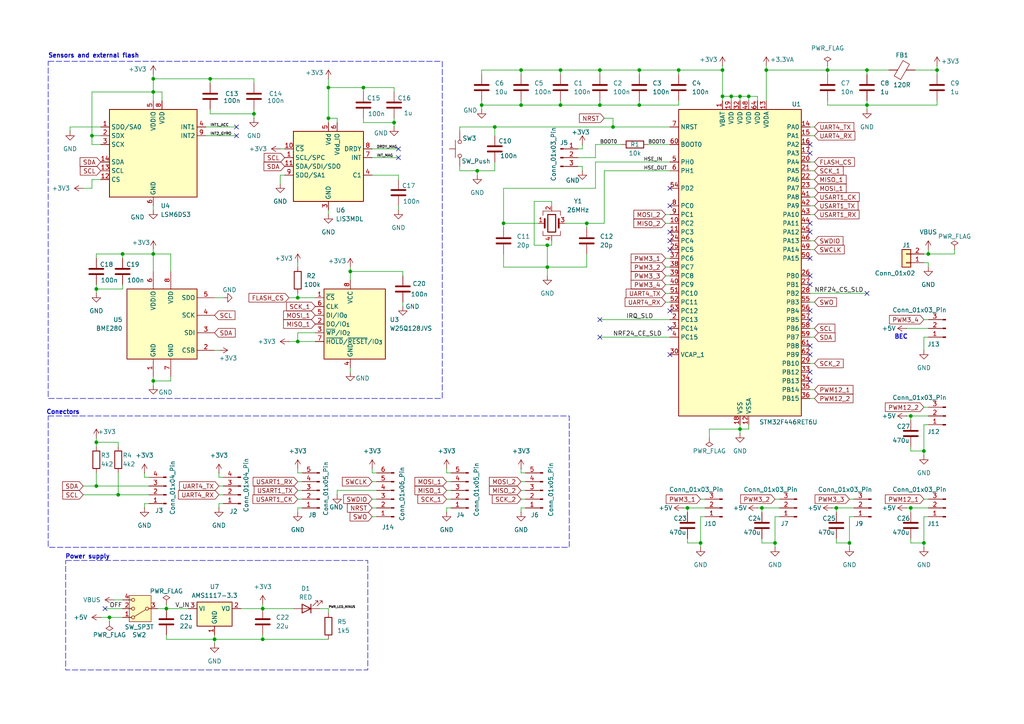
<source format=kicad_sch>
(kicad_sch (version 20250114) (generator "eeschema") (generator_version "9.0")
  (paper "A4")
  (title_block (title "Flight controller") (date "2025-08-13") (rev "1") (company "Majki"))
  (rectangle (start 13.97 17.78) (end 128.27 115.57) (stroke (width 0) (type dash)))
  (rectangle (start 19.05 162.56) (end 106.68 194.31) (stroke (width 0) (type dash)))
  (rectangle (start 13.97 120.65) (end 165.1 158.75) (stroke (width 0) (type dash)))
  (text "Sensors and external flash" (at 27.178 16.256 0) (effects (font (size 1.27 1.27) (thickness 0.254) (bold yes))))
  (text "Power supply" (at 25.4 161.544 0) (effects (font (size 1.27 1.27) (thickness 0.254) (bold yes))))
  (text "Conectors" (at 18.288 119.634 0) (effects (font (size 1.27 1.27) (thickness 0.254) (bold yes))))
  (text "BEC\n" (at 261.366 97.79 0) (effects (font (size 1.27 1.27) (thickness 0.254) (bold yes))))
  (junction (at 73.66 33.02))
  (junction (at 27.94 140.97))
  (junction (at 251.46 20.32))
  (junction (at 269.24 73.66))
  (junction (at 203.2 157.48))
  (junction (at 26.67 39.37))
  (junction (at 271.78 20.32))
  (junction (at 162.56 20.32))
  (junction (at 76.2 176.53))
  (junction (at 267.97 157.48))
  (junction (at 158.75 77.47))
  (junction (at 209.55 20.32))
  (junction (at 158.75 71.12))
  (junction (at 95.25 34.29))
  (junction (at 264.16 120.65))
  (junction (at 86.36 99.06))
  (junction (at 48.26 176.53))
  (junction (at 267.97 130.81))
  (junction (at 95.25 25.4))
  (junction (at 138.43 49.53))
  (junction (at 44.45 110.49))
  (junction (at 27.94 128.27))
  (junction (at 114.3 35.56))
  (junction (at 177.8 36.83))
  (junction (at 240.03 20.32))
  (junction (at 101.6 78.74))
  (junction (at 44.45 22.86))
  (junction (at 209.55 27.94))
  (junction (at 199.39 147.32))
  (junction (at 151.13 20.32))
  (junction (at 76.2 185.42))
  (junction (at 185.42 30.48))
  (junction (at 264.16 147.32))
  (junction (at 214.63 124.46))
  (junction (at 173.99 30.48))
  (junction (at 214.63 27.94))
  (junction (at 220.98 147.32))
  (junction (at 251.46 30.48))
  (junction (at 143.51 36.83))
  (junction (at 60.96 22.86))
  (junction (at 27.94 83.82))
  (junction (at 196.85 20.32))
  (junction (at 86.36 86.36))
  (junction (at 44.45 26.67))
  (junction (at 62.23 185.42))
  (junction (at 224.79 157.48))
  (junction (at 31.75 179.07))
  (junction (at 35.56 73.66))
  (junction (at 139.7 30.48))
  (junction (at 173.99 20.32))
  (junction (at 151.13 30.48))
  (junction (at 162.56 30.48))
  (junction (at 44.45 73.66))
  (junction (at 185.42 20.32))
  (junction (at 34.29 143.51))
  (junction (at 146.05 64.77))
  (junction (at 246.38 157.48))
  (junction (at 212.09 27.94))
  (junction (at 170.18 64.77))
  (junction (at 217.17 27.94))
  (junction (at 242.57 147.32))
  (junction (at 222.25 20.32))
  (junction (at 105.41 25.4))
  (no_connect (at 251.46 85.09))
  (no_connect (at 234.95 64.77))
  (no_connect (at 194.31 95.25))
  (no_connect (at 234.95 110.49))
  (no_connect (at 173.99 97.79))
  (no_connect (at 234.95 80.01))
  (no_connect (at 234.95 74.93))
  (no_connect (at 115.57 45.72))
  (no_connect (at 115.57 43.18))
  (no_connect (at 30.48 176.53))
  (no_connect (at 194.31 59.69))
  (no_connect (at 194.31 54.61))
  (no_connect (at 194.31 69.85))
  (no_connect (at 173.99 92.71))
  (no_connect (at 194.31 90.17))
  (no_connect (at 234.95 67.31))
  (no_connect (at 68.58 36.83))
  (no_connect (at 194.31 102.87))
  (no_connect (at 234.95 107.95))
  (no_connect (at 234.95 102.87))
  (no_connect (at 194.31 67.31))
  (no_connect (at 234.95 90.17))
  (no_connect (at 234.95 92.71))
  (no_connect (at 234.95 41.91))
  (no_connect (at 234.95 100.33))
  (no_connect (at 234.95 82.55))
  (no_connect (at 68.58 39.37))
  (no_connect (at 234.95 44.45))
  (no_connect (at 194.31 72.39))
  (wire (pts (xy 63.5 137.16) (xy 63.5 138.43)))
  (wire (pts (xy 101.6 78.74) (xy 101.6 81.28)))
  (wire (pts (xy 48.26 175.26) (xy 48.26 176.53)))
  (wire (pts (xy 26.67 39.37) (xy 26.67 26.67)))
  (wire (pts (xy 151.13 29.21) (xy 151.13 30.48)))
  (wire (pts (xy 41.91 137.16) (xy 41.91 138.43)))
  (wire (pts (xy 63.5 143.51) (xy 64.77 143.51)))
  (wire (pts (xy 24.13 140.97) (xy 27.94 140.97)))
  (wire (pts (xy 44.45 21.59) (xy 44.45 22.86)))
  (wire (pts (xy 234.95 87.63) (xy 236.22 87.63)))
  (wire (pts (xy 193.04 80.01) (xy 194.31 80.01)))
  (wire (pts (xy 116.84 87.63) (xy 116.84 88.9)))
  (wire (pts (xy 35.56 82.55) (xy 35.56 83.82)))
  (wire (pts (xy 107.95 149.86) (xy 109.22 149.86)))
  (wire (pts (xy 73.66 33.02) (xy 60.96 33.02)))
  (wire (pts (xy 234.95 105.41) (xy 236.22 105.41)))
  (wire (pts (xy 172.72 41.91) (xy 172.72 45.72)))
  (wire (pts (xy 172.72 46.99) (xy 194.31 46.99)))
  (wire (pts (xy 63.5 146.05) (xy 64.77 146.05)))
  (wire (pts (xy 81.28 53.34) (xy 81.28 50.8)))
  (wire (pts (xy 139.7 30.48) (xy 151.13 30.48)))
  (wire (pts (xy 177.8 34.29) (xy 177.8 36.83)))
  (wire (pts (xy 97.79 142.24) (xy 97.79 143.51)))
  (wire (pts (xy 143.51 36.83) (xy 143.51 39.37)))
  (wire (pts (xy 151.13 144.78) (xy 152.4 144.78)))
  (wire (pts (xy 59.69 36.83) (xy 68.58 36.83)))
  (wire (pts (xy 264.16 147.32) (xy 269.24 147.32)))
  (wire (pts (xy 203.2 158.75) (xy 203.2 157.48)))
  (wire (pts (xy 44.45 26.67) (xy 44.45 29.21)))
  (wire (pts (xy 264.16 157.48) (xy 267.97 157.48)))
  (wire (pts (xy 86.36 99.06) (xy 91.44 99.06)))
  (wire (pts (xy 187.96 41.91) (xy 194.31 41.91)))
  (wire (pts (xy 44.45 73.66) (xy 44.45 78.74)))
  (wire (pts (xy 262.89 95.25) (xy 269.24 95.25)))
  (wire (pts (xy 234.95 57.15) (xy 236.22 57.15)))
  (wire (pts (xy 44.45 109.22) (xy 44.45 110.49)))
  (wire (pts (xy 267.97 118.11) (xy 269.24 118.11)))
  (wire (pts (xy 246.38 149.86) (xy 246.38 157.48)))
  (wire (pts (xy 267.97 92.71) (xy 269.24 92.71)))
  (wire (pts (xy 167.64 45.72) (xy 172.72 45.72)))
  (wire (pts (xy 234.95 85.09) (xy 251.46 85.09)))
  (wire (pts (xy 24.13 143.51) (xy 34.29 143.51)))
  (wire (pts (xy 76.2 184.15) (xy 76.2 185.42)))
  (wire (pts (xy 199.39 157.48) (xy 203.2 157.48)))
  (wire (pts (xy 95.25 22.86) (xy 95.25 25.4)))
  (wire (pts (xy 271.78 20.32) (xy 271.78 21.59)))
  (wire (pts (xy 271.78 29.21) (xy 271.78 30.48)))
  (wire (pts (xy 95.25 176.53) (xy 95.25 177.8)))
  (wire (pts (xy 234.95 59.69) (xy 236.22 59.69)))
  (wire (pts (xy 62.23 185.42) (xy 48.26 185.42)))
  (wire (pts (xy 107.95 45.72) (xy 115.57 45.72)))
  (wire (pts (xy 62.23 86.36) (xy 64.77 86.36)))
  (wire (pts (xy 158.75 77.47) (xy 158.75 80.01)))
  (wire (pts (xy 143.51 36.83) (xy 177.8 36.83)))
  (wire (pts (xy 26.67 41.91) (xy 26.67 39.37)))
  (wire (pts (xy 234.95 62.23) (xy 236.22 62.23)))
  (wire (pts (xy 44.45 73.66) (xy 49.53 73.66)))
  (wire (pts (xy 168.91 43.18) (xy 168.91 41.91)))
  (wire (pts (xy 107.95 50.8) (xy 115.57 50.8)))
  (wire (pts (xy 234.95 49.53) (xy 236.22 49.53)))
  (wire (pts (xy 214.63 124.46) (xy 217.17 124.46)))
  (wire (pts (xy 199.39 147.32) (xy 199.39 148.59)))
  (wire (pts (xy 151.13 147.32) (xy 152.4 147.32)))
  (wire (pts (xy 115.57 59.69) (xy 115.57 60.96)))
  (wire (pts (xy 60.96 24.13) (xy 60.96 22.86)))
  (wire (pts (xy 172.72 54.61) (xy 146.05 54.61)))
  (wire (pts (xy 95.25 34.29) (xy 97.79 34.29)))
  (wire (pts (xy 167.64 48.26) (xy 168.91 48.26)))
  (wire (pts (xy 44.45 72.39) (xy 44.45 73.66)))
  (wire (pts (xy 146.05 73.66) (xy 146.05 77.47)))
  (wire (pts (xy 269.24 73.66) (xy 269.24 72.39)))
  (wire (pts (xy 86.36 86.36) (xy 91.44 86.36)))
  (wire (pts (xy 107.95 137.16) (xy 109.22 137.16)))
  (wire (pts (xy 33.02 173.99) (xy 35.56 173.99)))
  (wire (pts (xy 151.13 20.32) (xy 162.56 20.32)))
  (wire (pts (xy 31.75 180.34) (xy 31.75 179.07)))
  (wire (pts (xy 86.36 147.32) (xy 87.63 147.32)))
  (wire (pts (xy 234.95 52.07) (xy 236.22 52.07)))
  (wire (pts (xy 168.91 48.26) (xy 168.91 49.53)))
  (wire (pts (xy 242.57 156.21) (xy 242.57 157.48)))
  (wire (pts (xy 242.57 147.32) (xy 247.65 147.32)))
  (wire (pts (xy 173.99 20.32) (xy 173.99 21.59)))
  (wire (pts (xy 91.44 96.52) (xy 86.36 96.52)))
  (wire (pts (xy 151.13 142.24) (xy 152.4 142.24)))
  (wire (pts (xy 101.6 77.47) (xy 101.6 78.74)))
  (wire (pts (xy 219.71 147.32) (xy 220.98 147.32)))
  (wire (pts (xy 63.5 140.97) (xy 64.77 140.97)))
  (wire (pts (xy 175.26 34.29) (xy 177.8 34.29)))
  (wire (pts (xy 86.36 96.52) (xy 86.36 99.06)))
  (wire (pts (xy 35.56 73.66) (xy 44.45 73.66)))
  (wire (pts (xy 193.04 85.09) (xy 194.31 85.09)))
  (wire (pts (xy 163.83 64.77) (xy 170.18 64.77)))
  (wire (pts (xy 264.16 120.65) (xy 264.16 121.92)))
  (wire (pts (xy 76.2 176.53) (xy 85.09 176.53)))
  (wire (pts (xy 60.96 33.02) (xy 60.96 31.75)))
  (wire (pts (xy 193.04 87.63) (xy 194.31 87.63)))
  (wire (pts (xy 262.89 120.65) (xy 264.16 120.65)))
  (wire (pts (xy 170.18 77.47) (xy 170.18 73.66)))
  (wire (pts (xy 44.45 22.86) (xy 44.45 26.67)))
  (wire (pts (xy 45.72 176.53) (xy 48.26 176.53)))
  (wire (pts (xy 48.26 176.53) (xy 54.61 176.53)))
  (wire (pts (xy 199.39 147.32) (xy 204.47 147.32)))
  (wire (pts (xy 60.96 22.86) (xy 73.66 22.86)))
  (wire (pts (xy 162.56 20.32) (xy 173.99 20.32)))
  (wire (pts (xy 158.75 71.12) (xy 158.75 77.47)))
  (wire (pts (xy 151.13 137.16) (xy 152.4 137.16)))
  (wire (pts (xy 34.29 129.54) (xy 34.29 128.27)))
  (wire (pts (xy 214.63 124.46) (xy 214.63 125.73)))
  (wire (pts (xy 267.97 158.75) (xy 267.97 157.48)))
  (wire (pts (xy 129.54 137.16) (xy 130.81 137.16)))
  (wire (pts (xy 158.75 77.47) (xy 170.18 77.47)))
  (wire (pts (xy 114.3 34.29) (xy 114.3 35.56)))
  (wire (pts (xy 267.97 123.19) (xy 267.97 130.81)))
  (wire (pts (xy 35.56 83.82) (xy 27.94 83.82)))
  (wire (pts (xy 73.66 34.29) (xy 73.66 33.02)))
  (wire (pts (xy 264.16 129.54) (xy 264.16 130.81)))
  (wire (pts (xy 224.79 144.78) (xy 226.06 144.78)))
  (wire (pts (xy 251.46 20.32) (xy 251.46 21.59)))
  (wire (pts (xy 59.69 39.37) (xy 68.58 39.37)))
  (wire (pts (xy 76.2 185.42) (xy 62.23 185.42)))
  (wire (pts (xy 41.91 146.05) (xy 43.18 146.05)))
  (wire (pts (xy 138.43 49.53) (xy 138.43 50.8)))
  (wire (pts (xy 95.25 34.29) (xy 95.25 35.56)))
  (wire (pts (xy 24.13 54.61) (xy 26.67 54.61)))
  (wire (pts (xy 97.79 142.24) (xy 109.22 142.24)))
  (wire (pts (xy 247.65 149.86) (xy 246.38 149.86)))
  (wire (pts (xy 143.51 49.53) (xy 143.51 46.99)))
  (wire (pts (xy 158.75 71.12) (xy 160.02 71.12)))
  (wire (pts (xy 139.7 29.21) (xy 139.7 30.48)))
  (wire (pts (xy 220.98 147.32) (xy 226.06 147.32)))
  (wire (pts (xy 240.03 20.32) (xy 251.46 20.32)))
  (wire (pts (xy 29.21 179.07) (xy 31.75 179.07)))
  (wire (pts (xy 151.13 30.48) (xy 162.56 30.48)))
  (wire (pts (xy 170.18 64.77) (xy 170.18 66.04)))
  (wire (pts (xy 129.54 142.24) (xy 130.81 142.24)))
  (wire (pts (xy 276.86 73.66) (xy 269.24 73.66)))
  (wire (pts (xy 86.36 137.16) (xy 87.63 137.16)))
  (wire (pts (xy 173.99 97.79) (xy 194.31 97.79)))
  (wire (pts (xy 34.29 143.51) (xy 43.18 143.51)))
  (wire (pts (xy 69.85 176.53) (xy 76.2 176.53)))
  (wire (pts (xy 44.45 59.69) (xy 44.45 60.96)))
  (wire (pts (xy 217.17 27.94) (xy 219.71 27.94)))
  (wire (pts (xy 105.41 26.67) (xy 105.41 25.4)))
  (wire (pts (xy 267.97 73.66) (xy 269.24 73.66)))
  (wire (pts (xy 20.32 36.83) (xy 29.21 36.83)))
  (wire (pts (xy 193.04 82.55) (xy 194.31 82.55)))
  (wire (pts (xy 73.66 33.02) (xy 73.66 31.75)))
  (wire (pts (xy 234.95 46.99) (xy 236.22 46.99)))
  (wire (pts (xy 63.5 138.43) (xy 64.77 138.43)))
  (wire (pts (xy 267.97 97.79) (xy 267.97 101.6)))
  (wire (pts (xy 160.02 59.69) (xy 160.02 58.42)))
  (wire (pts (xy 214.63 123.19) (xy 214.63 124.46)))
  (wire (pts (xy 267.97 76.2) (xy 269.24 76.2)))
  (wire (pts (xy 146.05 77.47) (xy 158.75 77.47)))
  (wire (pts (xy 175.26 64.77) (xy 175.26 49.53)))
  (wire (pts (xy 234.95 39.37) (xy 236.22 39.37)))
  (wire (pts (xy 114.3 25.4) (xy 114.3 26.67)))
  (wire (pts (xy 234.95 95.25) (xy 236.22 95.25)))
  (wire (pts (xy 49.53 78.74) (xy 49.53 73.66)))
  (wire (pts (xy 264.16 156.21) (xy 264.16 157.48)))
  (wire (pts (xy 63.5 147.32) (xy 63.5 146.05)))
  (wire (pts (xy 41.91 147.32) (xy 41.91 146.05)))
  (wire (pts (xy 172.72 41.91) (xy 180.34 41.91)))
  (wire (pts (xy 151.13 135.89) (xy 151.13 137.16)))
  (wire (pts (xy 76.2 185.42) (xy 95.25 185.42)))
  (wire (pts (xy 199.39 156.21) (xy 199.39 157.48)))
  (wire (pts (xy 214.63 27.94) (xy 217.17 27.94)))
  (wire (pts (xy 26.67 52.07) (xy 29.21 52.07)))
  (wire (pts (xy 27.94 83.82) (xy 27.94 85.09)))
  (wire (pts (xy 264.16 130.81) (xy 267.97 130.81)))
  (wire (pts (xy 62.23 101.6) (xy 63.5 101.6)))
  (wire (pts (xy 209.55 19.05) (xy 209.55 20.32)))
  (wire (pts (xy 162.56 20.32) (xy 162.56 21.59)))
  (wire (pts (xy 167.64 43.18) (xy 168.91 43.18)))
  (wire (pts (xy 101.6 106.68) (xy 101.6 107.95)))
  (wire (pts (xy 27.94 127) (xy 27.94 128.27)))
  (wire (pts (xy 264.16 147.32) (xy 264.16 148.59)))
  (wire (pts (xy 87.63 144.78) (xy 86.36 144.78)))
  (wire (pts (xy 86.36 85.09) (xy 86.36 86.36)))
  (wire (pts (xy 177.8 36.83) (xy 194.31 36.83)))
  (wire (pts (xy 222.25 19.05) (xy 222.25 20.32)))
  (wire (pts (xy 217.17 123.19) (xy 217.17 124.46)))
  (wire (pts (xy 139.7 21.59) (xy 139.7 20.32)))
  (wire (pts (xy 27.94 128.27) (xy 27.94 129.54)))
  (wire (pts (xy 83.82 86.36) (xy 86.36 86.36)))
  (wire (pts (xy 129.54 135.89) (xy 129.54 137.16)))
  (wire (pts (xy 107.95 144.78) (xy 109.22 144.78)))
  (wire (pts (xy 198.12 147.32) (xy 199.39 147.32)))
  (wire (pts (xy 267.97 149.86) (xy 267.97 157.48)))
  (wire (pts (xy 151.13 20.32) (xy 151.13 21.59)))
  (wire (pts (xy 97.79 35.56) (xy 97.79 34.29)))
  (wire (pts (xy 264.16 120.65) (xy 269.24 120.65)))
  (wire (pts (xy 44.45 26.67) (xy 46.99 26.67)))
  (wire (pts (xy 44.45 110.49) (xy 49.53 110.49)))
  (wire (pts (xy 212.09 27.94) (xy 214.63 27.94)))
  (wire (pts (xy 240.03 19.05) (xy 240.03 20.32)))
  (wire (pts (xy 81.28 43.18) (xy 82.55 43.18)))
  (wire (pts (xy 212.09 29.21) (xy 212.09 27.94)))
  (wire (pts (xy 220.98 157.48) (xy 224.79 157.48)))
  (wire (pts (xy 81.28 50.8) (xy 82.55 50.8)))
  (wire (pts (xy 62.23 184.15) (xy 62.23 185.42)))
  (wire (pts (xy 222.25 20.32) (xy 240.03 20.32)))
  (wire (pts (xy 115.57 50.8) (xy 115.57 52.07)))
  (wire (pts (xy 154.94 58.42) (xy 154.94 71.12)))
  (wire (pts (xy 269.24 76.2) (xy 269.24 77.47)))
  (wire (pts (xy 129.54 144.78) (xy 130.81 144.78)))
  (wire (pts (xy 242.57 157.48) (xy 246.38 157.48)))
  (wire (pts (xy 241.3 147.32) (xy 242.57 147.32)))
  (wire (pts (xy 83.82 99.06) (xy 86.36 99.06)))
  (wire (pts (xy 234.95 54.61) (xy 236.22 54.61)))
  (wire (pts (xy 27.94 140.97) (xy 43.18 140.97)))
  (wire (pts (xy 271.78 19.05) (xy 271.78 20.32)))
  (wire (pts (xy 46.99 29.21) (xy 46.99 26.67)))
  (wire (pts (xy 173.99 92.71) (xy 194.31 92.71)))
  (wire (pts (xy 219.71 27.94) (xy 219.71 29.21)))
  (wire (pts (xy 133.35 36.83) (xy 143.51 36.83)))
  (wire (pts (xy 87.63 142.24) (xy 86.36 142.24)))
  (wire (pts (xy 20.32 36.83) (xy 20.32 38.1)))
  (wire (pts (xy 251.46 29.21) (xy 251.46 30.48)))
  (wire (pts (xy 196.85 20.32) (xy 196.85 21.59)))
  (wire (pts (xy 269.24 97.79) (xy 267.97 97.79)))
  (wire (pts (xy 205.74 124.46) (xy 214.63 124.46)))
  (wire (pts (xy 27.94 73.66) (xy 27.94 74.93)))
  (wire (pts (xy 185.42 20.32) (xy 185.42 21.59)))
  (wire (pts (xy 48.26 185.42) (xy 48.26 184.15)))
  (wire (pts (xy 251.46 30.48) (xy 240.03 30.48)))
  (wire (pts (xy 246.38 144.78) (xy 247.65 144.78)))
  (wire (pts (xy 35.56 73.66) (xy 27.94 73.66)))
  (wire (pts (xy 107.95 147.32) (xy 109.22 147.32)))
  (wire (pts (xy 34.29 137.16) (xy 34.29 143.51)))
  (wire (pts (xy 267.97 144.78) (xy 269.24 144.78)))
  (wire (pts (xy 133.35 38.1) (xy 133.35 36.83)))
  (wire (pts (xy 160.02 71.12) (xy 160.02 69.85)))
  (wire (pts (xy 251.46 30.48) (xy 271.78 30.48)))
  (wire (pts (xy 269.24 123.19) (xy 267.97 123.19)))
  (wire (pts (xy 116.84 78.74) (xy 116.84 80.01)))
  (wire (pts (xy 86.36 76.2) (xy 86.36 77.47)))
  (wire (pts (xy 203.2 144.78) (xy 204.47 144.78)))
  (wire (pts (xy 160.02 58.42) (xy 154.94 58.42)))
  (wire (pts (xy 220.98 147.32) (xy 220.98 148.59)))
  (wire (pts (xy 133.35 49.53) (xy 138.43 49.53)))
  (wire (pts (xy 129.54 148.59) (xy 129.54 147.32)))
  (wire (pts (xy 129.54 139.7) (xy 130.81 139.7)))
  (wire (pts (xy 44.45 110.49) (xy 44.45 111.76)))
  (wire (pts (xy 107.95 139.7) (xy 109.22 139.7)))
  (wire (pts (xy 107.95 135.89) (xy 107.95 137.16)))
  (wire (pts (xy 30.48 176.53) (xy 35.56 176.53)))
  (wire (pts (xy 185.42 29.21) (xy 185.42 30.48)))
  (wire (pts (xy 193.04 77.47) (xy 194.31 77.47)))
  (wire (pts (xy 139.7 20.32) (xy 151.13 20.32)))
  (wire (pts (xy 217.17 27.94) (xy 217.17 29.21)))
  (wire (pts (xy 101.6 78.74) (xy 116.84 78.74)))
  (wire (pts (xy 26.67 39.37) (xy 29.21 39.37)))
  (wire (pts (xy 173.99 20.32) (xy 185.42 20.32)))
  (wire (pts (xy 236.22 97.79) (xy 234.95 97.79)))
  (wire (pts (xy 209.55 27.94) (xy 212.09 27.94)))
  (wire (pts (xy 133.35 49.53) (xy 133.35 48.26)))
  (wire (pts (xy 105.41 25.4) (xy 114.3 25.4)))
  (wire (pts (xy 162.56 29.21) (xy 162.56 30.48)))
  (wire (pts (xy 170.18 64.77) (xy 175.26 64.77)))
  (wire (pts (xy 73.66 24.13) (xy 73.66 22.86)))
  (wire (pts (xy 204.47 149.86) (xy 203.2 149.86)))
  (wire (pts (xy 220.98 156.21) (xy 220.98 157.48)))
  (wire (pts (xy 27.94 83.82) (xy 27.94 82.55)))
  (wire (pts (xy 224.79 158.75) (xy 224.79 157.48)))
  (wire (pts (xy 138.43 49.53) (xy 143.51 49.53)))
  (wire (pts (xy 240.03 30.48) (xy 240.03 29.21)))
  (wire (pts (xy 267.97 132.08) (xy 267.97 130.81)))
  (wire (pts (xy 44.45 22.86) (xy 60.96 22.86)))
  (wire (pts (xy 224.79 149.86) (xy 224.79 157.48)))
  (wire (pts (xy 276.86 72.39) (xy 276.86 73.66)))
  (wire (pts (xy 146.05 66.04) (xy 146.05 64.77)))
  (wire (pts (xy 105.41 34.29) (xy 105.41 35.56)))
  (wire (pts (xy 105.41 35.56) (xy 114.3 35.56)))
  (wire (pts (xy 35.56 74.93) (xy 35.56 73.66)))
  (wire (pts (xy 242.57 147.32) (xy 242.57 148.59)))
  (wire (pts (xy 146.05 54.61) (xy 146.05 64.77)))
  (wire (pts (xy 234.95 113.03) (xy 236.22 113.03)))
  (wire (pts (xy 193.04 64.77) (xy 194.31 64.77)))
  (wire (pts (xy 86.36 148.59) (xy 86.36 147.32)))
  (wire (pts (xy 173.99 29.21) (xy 173.99 30.48)))
  (wire (pts (xy 172.72 46.99) (xy 172.72 54.61)))
  (wire (pts (xy 269.24 149.86) (xy 267.97 149.86)))
  (wire (pts (xy 251.46 20.32) (xy 257.81 20.32)))
  (wire (pts (xy 41.91 138.43) (xy 43.18 138.43)))
  (wire (pts (xy 154.94 71.12) (xy 158.75 71.12)))
  (wire (pts (xy 76.2 175.26) (xy 76.2 176.53)))
  (wire (pts (xy 26.67 54.61) (xy 26.67 52.07)))
  (wire (pts (xy 196.85 29.21) (xy 196.85 30.48)))
  (wire (pts (xy 162.56 30.48) (xy 173.99 30.48)))
  (wire (pts (xy 27.94 137.16) (xy 27.94 140.97)))
  (wire (pts (xy 203.2 149.86) (xy 203.2 157.48)))
  (wire (pts (xy 87.63 139.7) (xy 86.36 139.7)))
  (wire (pts (xy 49.53 109.22) (xy 49.53 110.49)))
  (wire (pts (xy 151.13 147.32) (xy 151.13 148.59)))
  (wire (pts (xy 214.63 27.94) (xy 214.63 29.21)))
  (wire (pts (xy 234.95 36.83) (xy 236.22 36.83)))
  (wire (pts (xy 95.25 60.96) (xy 95.25 62.23)))
  (wire (pts (xy 62.23 185.42) (xy 62.23 186.69)))
  (wire (pts (xy 86.36 135.89) (xy 86.36 137.16)))
  (wire (pts (xy 240.03 21.59) (xy 240.03 20.32)))
  (wire (pts (xy 31.75 179.07) (xy 35.56 179.07)))
  (wire (pts (xy 95.25 25.4) (xy 95.25 34.29)))
  (wire (pts (xy 185.42 30.48) (xy 196.85 30.48)))
  (wire (pts (xy 234.95 72.39) (xy 236.22 72.39)))
  (wire (pts (xy 234.95 69.85) (xy 236.22 69.85)))
  (wire (pts (xy 205.74 127) (xy 205.74 124.46)))
  (wire (pts (xy 226.06 149.86) (xy 224.79 149.86)))
  (wire (pts (xy 209.55 27.94) (xy 209.55 29.21)))
  (wire (pts (xy 262.89 147.32) (xy 264.16 147.32)))
  (wire (pts (xy 209.55 20.32) (xy 209.55 27.94)))
  (wire (pts (xy 26.67 41.91) (xy 29.21 41.91)))
  (wire (pts (xy 265.43 20.32) (xy 271.78 20.32)))
  (wire (pts (xy 26.67 26.67) (xy 44.45 26.67)))
  (wire (pts (xy 95.25 25.4) (xy 105.41 25.4)))
  (wire (pts (xy 27.94 128.27) (xy 34.29 128.27)))
  (wire (pts (xy 129.54 147.32) (xy 130.81 147.32)))
  (wire (pts (xy 193.04 74.93) (xy 194.31 74.93)))
  (wire (pts (xy 222.25 29.21) (xy 222.25 20.32)))
  (wire (pts (xy 251.46 30.48) (xy 251.46 31.75)))
  (wire (pts (xy 175.26 49.53) (xy 194.31 49.53)))
  (wire (pts (xy 114.3 35.56) (xy 114.3 36.83)))
  (wire (pts (xy 185.42 20.32) (xy 196.85 20.32)))
  (wire (pts (xy 246.38 158.75) (xy 246.38 157.48)))
  (wire (pts (xy 92.71 176.53) (xy 95.25 176.53)))
  (wire (pts (xy 107.95 43.18) (xy 115.57 43.18)))
  (wire (pts (xy 173.99 30.48) (xy 185.42 30.48)))
  (wire (pts (xy 196.85 20.32) (xy 209.55 20.32)))
  (wire (pts (xy 151.13 139.7) (xy 152.4 139.7)))
  (wire (pts (xy 139.7 30.48) (xy 139.7 31.75)))
  (wire (pts (xy 146.05 64.77) (xy 156.21 64.77)))
  (wire (pts (xy 234.95 115.57) (xy 236.22 115.57)))
  (wire (pts (xy 193.04 62.23) (xy 194.31 62.23)))
  (label "NRF24_CS_SLD" (at 236.22 85.09 0))
  (label "BOOT0" (at 173.99 41.91 0) (effects (font (size 1.016 1.016))))
  (label "NRF24_CE_SLD" (at 177.8 97.79 0))
  (label "DRDY_MAG" (at 109.22 43.18 0) (effects (font (size 0.762 0.762))))
  (label "HSE_OUT" (at 186.69 49.53 0) (effects (font (size 1.016 1.016))))
  (label "V_IN" (at 50.8 176.53 0))
  (label "PWR_LED_MINUS" (at 95.25 176.53 0) (effects (font (size 0.635 0.635))))
  (label "OFF" (at 31.75 176.53 0))
  (label "IRQ_SLD" (at 181.61 92.71 0))
  (label "INT1_ACC" (at 60.96 36.83 0) (effects (font (size 0.762 0.762))))
  (label "INT2_GYRO" (at 60.96 39.37 0) (effects (font (size 0.762 0.762))))
  (label "BOOT0" (at 187.96 41.91 0) (effects (font (size 1.016 1.016))))
  (label "INT_MAG" (at 109.22 45.72 0) (effects (font (size 0.762 0.762))))
  (label "HSE_IN" (at 186.69 46.99 0) (effects (font (size 1.016 1.016))))
  (global_label "SCL" (shape input) (at 236.22 95.25 0) (property "Intersheetrefs" "${INTERSHEET_REFS}" (effects (hide yes))))
  (global_label "PWM12_1" (shape input) (at 267.97 144.78 180) (property "Intersheetrefs" "${INTERSHEET_REFS}" (effects (hide yes))))
  (global_label "SCK_2" (shape input) (at 236.22 105.41 0) (property "Intersheetrefs" "${INTERSHEET_REFS}" (effects (hide yes))))
  (global_label "SWDIO" (shape input) (at 236.22 69.85 0) (property "Intersheetrefs" "${INTERSHEET_REFS}" (effects (hide yes))))
  (global_label "NRST" (shape input) (at 107.95 147.32 180) (property "Intersheetrefs" "${INTERSHEET_REFS}" (effects (hide yes))))
  (global_label "MOSI_1" (shape input) (at 91.44 91.44 180) (property "Intersheetrefs" "${INTERSHEET_REFS}" (effects (hide yes))))
  (global_label "PWM3_1" (shape input) (at 193.04 74.93 180) (property "Intersheetrefs" "${INTERSHEET_REFS}" (effects (hide yes))))
  (global_label "SDA" (shape input) (at 24.13 140.97 180) (property "Intersheetrefs" "${INTERSHEET_REFS}" (effects (hide yes))))
  (global_label "MISO_1" (shape input) (at 129.54 142.24 180) (property "Intersheetrefs" "${INTERSHEET_REFS}" (effects (hide yes))))
  (global_label "SDA" (shape input) (at 236.22 97.79 0) (property "Intersheetrefs" "${INTERSHEET_REFS}" (effects (hide yes))))
  (global_label "UART4_RX" (shape input) (at 236.22 39.37 0) (property "Intersheetrefs" "${INTERSHEET_REFS}" (effects (hide yes))))
  (global_label "SCL" (shape input) (at 24.13 143.51 180) (property "Intersheetrefs" "${INTERSHEET_REFS}" (effects (hide yes))))
  (global_label "SDA" (shape input) (at 82.55 48.26 180) (property "Intersheetrefs" "${INTERSHEET_REFS}" (effects (hide yes))))
  (global_label "MOSI_2" (shape input) (at 193.04 62.23 180) (property "Intersheetrefs" "${INTERSHEET_REFS}" (effects (hide yes))))
  (global_label "PWM3_4" (shape input) (at 193.04 82.55 180) (property "Intersheetrefs" "${INTERSHEET_REFS}" (effects (hide yes))))
  (global_label "USART1_CK" (shape input) (at 86.36 144.78 180) (property "Intersheetrefs" "${INTERSHEET_REFS}" (effects (hide yes))))
  (global_label "MISO_1" (shape input) (at 236.22 52.07 0) (property "Intersheetrefs" "${INTERSHEET_REFS}" (effects (hide yes))))
  (global_label "SWDIO" (shape input) (at 107.95 144.78 180) (property "Intersheetrefs" "${INTERSHEET_REFS}" (effects (hide yes))))
  (global_label "PWM3_3" (shape input) (at 193.04 80.01 180) (property "Intersheetrefs" "${INTERSHEET_REFS}" (effects (hide yes))))
  (global_label "SWO" (shape input) (at 107.95 149.86 180) (property "Intersheetrefs" "${INTERSHEET_REFS}" (effects (hide yes))))
  (global_label "MOSI_1" (shape input) (at 236.22 54.61 0) (property "Intersheetrefs" "${INTERSHEET_REFS}" (effects (hide yes))))
  (global_label "USART1_RX" (shape input) (at 236.22 62.23 0) (property "Intersheetrefs" "${INTERSHEET_REFS}" (effects (hide yes))))
  (global_label "UART4_TX" (shape input) (at 193.04 85.09 180) (property "Intersheetrefs" "${INTERSHEET_REFS}" (effects (hide yes))))
  (global_label "USART1_TX" (shape input) (at 236.22 59.69 0) (property "Intersheetrefs" "${INTERSHEET_REFS}" (effects (hide yes))))
  (global_label "PWM3_2" (shape input) (at 224.79 144.78 180) (property "Intersheetrefs" "${INTERSHEET_REFS}" (effects (hide yes))))
  (global_label "MOSI_2" (shape input) (at 151.13 139.7 180) (property "Intersheetrefs" "${INTERSHEET_REFS}" (effects (hide yes))))
  (global_label "MISO_2" (shape input) (at 193.04 64.77 180) (property "Intersheetrefs" "${INTERSHEET_REFS}" (effects (hide yes))))
  (global_label "PWM3_3" (shape input) (at 246.38 144.78 180) (property "Intersheetrefs" "${INTERSHEET_REFS}" (effects (hide yes))))
  (global_label "SCL" (shape input) (at 82.55 45.72 180) (property "Intersheetrefs" "${INTERSHEET_REFS}" (effects (hide yes))))
  (global_label "UART4_RX" (shape input) (at 193.04 87.63 180) (property "Intersheetrefs" "${INTERSHEET_REFS}" (effects (hide yes))))
  (global_label "NRST" (shape input) (at 175.26 34.29 180) (property "Intersheetrefs" "${INTERSHEET_REFS}" (effects (hide yes))))
  (global_label "SCK_1" (shape input) (at 91.44 88.9 180) (property "Intersheetrefs" "${INTERSHEET_REFS}" (effects (hide yes))))
  (global_label "USART1_CK" (shape input) (at 236.22 57.15 0) (property "Intersheetrefs" "${INTERSHEET_REFS}" (effects (hide yes))))
  (global_label "SDA" (shape input) (at 62.23 96.52 0) (property "Intersheetrefs" "${INTERSHEET_REFS}" (effects (hide yes))))
  (global_label "UART4_TX" (shape input) (at 236.22 36.83 0) (property "Intersheetrefs" "${INTERSHEET_REFS}" (effects (hide yes))))
  (global_label "UART4_TX" (shape input) (at 63.5 140.97 180) (property "Intersheetrefs" "${INTERSHEET_REFS}" (effects (hide yes))))
  (global_label "MISO_1" (shape input) (at 91.44 93.98 180) (property "Intersheetrefs" "${INTERSHEET_REFS}" (effects (hide yes))))
  (global_label "PWM12_1" (shape input) (at 236.22 113.03 0) (property "Intersheetrefs" "${INTERSHEET_REFS}" (effects (hide yes))))
  (global_label "SCL" (shape input) (at 62.23 91.44 0) (property "Intersheetrefs" "${INTERSHEET_REFS}" (effects (hide yes))))
  (global_label "UART4_RX" (shape input) (at 63.5 143.51 180) (property "Intersheetrefs" "${INTERSHEET_REFS}" (effects (hide yes))))
  (global_label "SCK_2" (shape input) (at 151.13 144.78 180) (property "Intersheetrefs" "${INTERSHEET_REFS}" (effects (hide yes))))
  (global_label "PWM3_1" (shape input) (at 203.2 144.78 180) (property "Intersheetrefs" "${INTERSHEET_REFS}" (effects (hide yes))))
  (global_label "SWCLK" (shape input) (at 236.22 72.39 0) (property "Intersheetrefs" "${INTERSHEET_REFS}" (effects (hide yes))))
  (global_label "MISO_2" (shape input) (at 151.13 142.24 180) (property "Intersheetrefs" "${INTERSHEET_REFS}" (effects (hide yes))))
  (global_label "PWM12_2" (shape input) (at 267.97 118.11 180) (property "Intersheetrefs" "${INTERSHEET_REFS}" (effects (hide yes))))
  (global_label "SWO" (shape input) (at 236.22 87.63 0) (property "Intersheetrefs" "${INTERSHEET_REFS}" (effects (hide yes))))
  (global_label "FLASH_CS" (shape input) (at 236.22 46.99 0) (property "Intersheetrefs" "${INTERSHEET_REFS}" (effects (hide yes))))
  (global_label "FLASH_CS" (shape input) (at 83.82 86.36 180) (property "Intersheetrefs" "${INTERSHEET_REFS}" (effects (hide yes))))
  (global_label "PWM3_2" (shape input) (at 193.04 77.47 180) (property "Intersheetrefs" "${INTERSHEET_REFS}" (effects (hide yes))))
  (global_label "SCL" (shape input) (at 29.21 49.53 180) (property "Intersheetrefs" "${INTERSHEET_REFS}" (effects (hide yes))))
  (global_label "SCK_1" (shape input) (at 236.22 49.53 0) (property "Intersheetrefs" "${INTERSHEET_REFS}" (effects (hide yes))))
  (global_label "PWM3_4" (shape input) (at 267.97 92.71 180) (property "Intersheetrefs" "${INTERSHEET_REFS}" (effects (hide yes))))
  (global_label "USART1_RX" (shape input) (at 86.36 139.7 180) (property "Intersheetrefs" "${INTERSHEET_REFS}" (effects (hide yes))))
  (global_label "USART1_TX" (shape input) (at 86.36 142.24 180) (property "Intersheetrefs" "${INTERSHEET_REFS}" (effects (hide yes))))
  (global_label "PWM12_2" (shape input) (at 236.22 115.57 0) (property "Intersheetrefs" "${INTERSHEET_REFS}" (effects (hide yes))))
  (global_label "SCK_1" (shape input) (at 129.54 144.78 180) (property "Intersheetrefs" "${INTERSHEET_REFS}" (effects (hide yes))))
  (global_label "SWCLK" (shape input) (at 107.95 139.7 180) (property "Intersheetrefs" "${INTERSHEET_REFS}" (effects (hide yes))))
  (global_label "MOSI_1" (shape input) (at 129.54 139.7 180) (property "Intersheetrefs" "${INTERSHEET_REFS}" (effects (hide yes))))
  (global_label "SDA" (shape input) (at 29.21 46.99 180) (property "Intersheetrefs" "${INTERSHEET_REFS}" (effects (hide yes))))
  (symbol (lib_id "power:GND") (at 138.43 50.8 0) (unit 1)
    (property "Reference" "#PWR07" (effects (hide yes)))
    (property "Value" "GND" (at 138.43 55.88 0))
    (property "Description" "Power symbol creates a global label with name \"GND\" , ground" (effects (hide yes)))
  )
  (symbol (lib_id "Device:C") (at 264.16 152.4 0) (unit 1)
    (property "Reference" "C26" (at 260.096 150.368 0) (effects (justify left)))
    (property "Value" "470u" (at 258.826 154.432 0) (effects (justify left)))
    (property "Footprint" "Capacitor_THT:C_Radial_D8.0mm_H7.0mm_P3.50mm" (effects (hide yes)))
    (property "Description" "Unpolarized capacitor" (effects (hide yes)))
  )
  (symbol (lib_id "Device:C") (at 170.18 69.85 0) (unit 1)
    (property "Reference" "C12" (at 173.99 68.5799 0) (effects (justify left)))
    (property "Value" "20p" (at 173.99 71.1199 0) (effects (justify left)))
    (property "Footprint" "Capacitor_SMD:C_0603_1608Metric" (effects (hide yes)))
    (property "Description" "Unpolarized capacitor" (effects (hide yes)))
  )
  (symbol (lib_id "Device:C") (at 151.13 25.4 0) (unit 1)
    (property "Reference" "C5" (at 154.94 24.1299 0) (effects (justify left)))
    (property "Value" "100n" (at 154.94 26.6699 0) (effects (justify left)))
    (property "Footprint" "Capacitor_SMD:C_0603_1608Metric" (effects (hide yes)))
    (property "Description" "Unpolarized capacitor" (effects (hide yes)))
  )
  (symbol (lib_id "Device:C") (at 76.2 180.34 0) (unit 1)
    (property "Reference" "C22" (at 80.01 179.0699 0) (effects (justify left)))
    (property "Value" "22u" (at 80.01 181.6099 0) (effects (justify left)))
    (property "Footprint" "Capacitor_SMD:C_0603_1608Metric" (effects (hide yes)))
    (property "Description" "Unpolarized capacitor" (effects (hide yes)))
  )
  (symbol (lib_id "Device:C") (at 251.46 25.4 0) (unit 1)
    (property "Reference" "C8" (at 255.27 24.1299 0) (effects (justify left)))
    (property "Value" "1u" (at 255.27 26.6699 0) (effects (justify left)))
    (property "Footprint" "Capacitor_SMD:C_0603_1608Metric" (effects (hide yes)))
    (property "Description" "Unpolarized capacitor" (effects (hide yes)))
  )
  (symbol (lib_id "Regulator_Linear:AMS1117-3.3") (at 62.23 176.53 0) (unit 1)
    (property "Reference" "U7" (at 62.23 170.18 0))
    (property "Value" "AMS1117-3.3" (at 62.23 172.72 0))
    (property "Footprint" "Package_TO_SOT_SMD:SOT-223-3_TabPin2" (effects (hide yes)))
    (property "Datasheet" "http://www.advanced-monolithic.com/pdf/ds1117.pdf" (effects (hide yes)))
    (property "Description" "1A Low Dropout regulator, positive, 3.3V fixed output, SOT-223" (effects (hide yes)))
  )
  (symbol (lib_id "power:+3.3VA") (at 222.25 19.05 0) (unit 1)
    (property "Reference" "#PWR05" (effects (hide yes)))
    (property "Value" "+3.3VA" (at 226.822 17.272 0))
    (property "Description" "Power symbol creates a global label with name \"+3.3VA\"" (effects (hide yes)))
  )
  (symbol (lib_id "power:+5V") (at 241.3 147.32 90) (unit 1)
    (property "Reference" "#PWR053" (effects (hide yes)))
    (property "Value" "+5V" (at 238.252 147.32 90) (effects (justify left)))
    (property "Description" "Power symbol creates a global label with name \"+5V\"" (effects (hide yes)))
  )
  (symbol (lib_id "Device:R") (at 95.25 181.61 0) (unit 1)
    (property "Reference" "R5" (at 97.79 180.3399 0) (effects (justify left)))
    (property "Value" "1k5" (at 97.79 182.8799 0) (effects (justify left)))
    (property "Footprint" "Resistor_SMD:R_0402_1005Metric" (effects (hide yes)))
    (property "Description" "Resistor" (effects (hide yes)))
  )
  (symbol (lib_id "Connector:Conn_01x04_Pin") (at 48.26 143.51 180) (unit 1)
    (property "Reference" "J3" (at 44.958 148.082 0) (effects (justify right)))
    (property "Value" "Conn_01x04_Pin" (at 50.038 149.352 90) (effects (justify right)))
    (property "Footprint" "Connector_PinHeader_1.00mm:PinHeader_1x04_P1.00mm_Vertical" (effects (hide yes)))
    (property "Description" "Generic connector, single row, 01x04, script generated" (effects (hide yes)))
  )
  (symbol (lib_id "power:PWR_FLAG") (at 48.26 175.26 0) (unit 1)
    (property "Reference" "#FLG02" (effects (hide yes)))
    (property "Value" "PWR_FLAG" (at 48.26 171.45 0))
    (property "Description" "Special symbol for telling ERC where power comes from" (effects (hide yes)))
  )
  (symbol (lib_id "Device:C") (at 220.98 152.4 0) (unit 1)
    (property "Reference" "C24" (at 216.916 150.368 0) (effects (justify left)))
    (property "Value" "470u" (at 215.646 154.432 0) (effects (justify left)))
    (property "Footprint" "Capacitor_THT:C_Radial_D8.0mm_H7.0mm_P3.50mm" (effects (hide yes)))
    (property "Description" "Unpolarized capacitor" (effects (hide yes)))
  )
  (symbol (lib_id "power:+3V3") (at 86.36 76.2 0) (unit 1)
    (property "Reference" "#PWR031" (effects (hide yes)))
    (property "Value" "+3V3" (at 82.296 74.93 0))
    (property "Description" "Power symbol creates a global label with name \"+3V3\"" (effects (hide yes)))
  )
  (symbol (lib_id "power:VBUS") (at 33.02 173.99 90) (unit 1)
    (property "Reference" "#PWR062" (effects (hide yes)))
    (property "Value" "VBUS" (at 29.21 173.9899 90) (effects (justify left)))
    (property "Description" "Power symbol creates a global label with name \"VBUS\"" (effects (hide yes)))
  )
  (symbol (lib_id "power:+3V3") (at 44.45 21.59 0) (unit 1)
    (property "Reference" "#PWR013" (effects (hide yes)))
    (property "Value" "+3V3" (at 39.878 20.066 0))
    (property "Description" "Power symbol creates a global label with name \"+3V3\"" (effects (hide yes)))
  )
  (symbol (lib_id "power:+3V3") (at 107.95 135.89 0) (unit 1)
    (property "Reference" "#PWR044" (effects (hide yes)))
    (property "Value" "+3V3" (at 107.95 130.81 0))
    (property "Description" "Power symbol creates a global label with name \"+3V3\"" (effects (hide yes)))
  )
  (symbol (lib_id "power:GND") (at 168.91 49.53 0) (unit 1)
    (property "Reference" "#PWR08" (effects (hide yes)))
    (property "Value" "GND" (at 166.116 52.324 0))
    (property "Description" "Power symbol creates a global label with name \"GND\" , ground" (effects (hide yes)))
  )
  (symbol (lib_id "power:+5V") (at 262.89 147.32 90) (unit 1)
    (property "Reference" "#PWR055" (effects (hide yes)))
    (property "Value" "+5V" (at 259.842 147.32 90) (effects (justify left)))
    (property "Description" "Power symbol creates a global label with name \"+5V\"" (effects (hide yes)))
  )
  (symbol (lib_id "Connector_Generic:Conn_01x02") (at 262.89 76.2 180) (unit 1)
    (property "Reference" "J1" (at 262.89 71.12 0))
    (property "Value" "Conn_01x02" (at 259.588 79.248 0))
    (property "Footprint" "Connector_PinHeader_1.00mm:PinHeader_1x02_P1.00mm_Vertical" (effects (hide yes)))
    (property "Description" "Generic connector, single row, 01x02, script generated (kicad-library-utils/schlib/autogen/connector/)" (effects (hide yes)))
  )
  (symbol (lib_id "power:GND") (at 63.5 147.32 0) (unit 1)
    (property "Reference" "#PWR041" (effects (hide yes)))
    (property "Value" "GND" (at 63.5 152.4 0))
    (property "Description" "Power symbol creates a global label with name \"GND\" , ground" (effects (hide yes)))
  )
  (symbol (lib_id "power:+3V3") (at 209.55 19.05 0) (unit 1)
    (property "Reference" "#PWR02" (effects (hide yes)))
    (property "Value" "+3V3" (at 205.486 17.272 0))
    (property "Description" "Power symbol creates a global label with name \"+3V3\"" (effects (hide yes)))
  )
  (symbol (lib_id "Switch:SW_Push") (at 133.35 43.18 90) (unit 1)
    (property "Reference" "SW3" (at 134.112 40.132 90) (effects (justify right)))
    (property "Value" "SW_Push" (at 133.858 46.736 90) (effects (justify right)))
    (property "Footprint" "Button_Switch_SMD:SW_Push_1P1T_NO_E-Switch_TL3301NxxxxxG" (effects (hide yes)))
    (property "Description" "Push button switch, generic, two pins" (effects (hide yes)))
  )
  (symbol (lib_id "power:GND") (at 81.28 53.34 0) (unit 1)
    (property "Reference" "#PWR024" (effects (hide yes)))
    (property "Value" "GND" (at 81.28 58.42 0))
    (property "Description" "Power symbol creates a global label with name \"GND\" , ground" (effects (hide yes)))
  )
  (symbol (lib_id "power:GND") (at 139.7 31.75 0) (unit 1)
    (property "Reference" "#PWR03" (effects (hide yes)))
    (property "Value" "GND" (at 136.398 32.004 0))
    (property "Description" "Power symbol creates a global label with name \"GND\" , ground" (effects (hide yes)))
  )
  (symbol (lib_id "power:GND") (at 151.13 148.59 0) (unit 1)
    (property "Reference" "#PWR045" (effects (hide yes)))
    (property "Value" "GND" (at 151.13 153.67 0))
    (property "Description" "Power symbol creates a global label with name \"GND\" , ground" (effects (hide yes)))
  )
  (symbol (lib_id "Switch:SW_SP3T") (at 40.64 176.53 180) (unit 1)
    (property "Reference" "SW2" (at 40.386 184.15 0))
    (property "Value" "SW_SP3T" (at 40.386 181.864 0))
    (property "Footprint" "Button_Switch_SMD:SW_SP3T_PCM13" (effects (hide yes)))
    (property "Description" "Switch, three position, single pole triple throw, 3 position switch, SP3T" (effects (hide yes)))
  )
  (symbol (lib_id "Device:C") (at 162.56 25.4 0) (unit 1)
    (property "Reference" "C1" (at 166.37 24.1299 0) (effects (justify left)))
    (property "Value" "100n" (at 166.37 26.6699 0) (effects (justify left)))
    (property "Footprint" "Capacitor_SMD:C_0603_1608Metric" (effects (hide yes)))
    (property "Description" "Unpolarized capacitor" (effects (hide yes)))
  )
  (symbol (lib_id "power:GND") (at 267.97 158.75 0) (unit 1)
    (property "Reference" "#PWR056" (effects (hide yes)))
    (property "Value" "GND" (at 267.97 163.83 0))
    (property "Description" "Power symbol creates a global label with name \"GND\" , ground" (effects (hide yes)))
  )
  (symbol (lib_id "power:PWR_FLAG") (at 31.75 180.34 180) (unit 1)
    (property "Reference" "#FLG03" (effects (hide yes)))
    (property "Value" "PWR_FLAG" (at 31.75 184.15 0))
    (property "Description" "Special symbol for telling ERC where power comes from" (effects (hide yes)))
  )
  (symbol (lib_id "power:+3V3") (at 129.54 135.89 0) (unit 1)
    (property "Reference" "#PWR042" (effects (hide yes)))
    (property "Value" "+3V3" (at 129.54 130.81 0))
    (property "Description" "Power symbol creates a global label with name \"+3V3\"" (effects (hide yes)))
  )
  (symbol (lib_id "power:GND") (at 27.94 85.09 0) (unit 1)
    (property "Reference" "#PWR028" (effects (hide yes)))
    (property "Value" "GND" (at 27.94 90.17 0))
    (property "Description" "Power symbol creates a global label with name \"GND\" , ground" (effects (hide yes)))
  )
  (symbol (lib_id "power:+3V3") (at 63.5 101.6 270) (unit 1)
    (property "Reference" "#PWR029" (effects (hide yes)))
    (property "Value" "+3V3" (at 63.5 103.886 90) (effects (justify left)))
    (property "Description" "Power symbol creates a global label with name \"+3V3\"" (effects (hide yes)))
  )
  (symbol (lib_id "power:GND") (at 203.2 158.75 0) (unit 1)
    (property "Reference" "#PWR048" (effects (hide yes)))
    (property "Value" "GND" (at 203.2 163.83 0))
    (property "Description" "Power symbol creates a global label with name \"GND\" , ground" (effects (hide yes)))
  )
  (symbol (lib_id "power:+3V3") (at 24.13 54.61 90) (unit 1)
    (property "Reference" "#PWR018" (effects (hide yes)))
    (property "Value" "+3V3" (at 20.32 54.6099 90) (effects (justify left)))
    (property "Description" "Power symbol creates a global label with name \"+3V3\"" (effects (hide yes)))
  )
  (symbol (lib_id "Device:C") (at 27.94 78.74 0) (unit 1)
    (property "Reference" "C18" (at 28.956 76.708 0) (effects (justify left)))
    (property "Value" "100n" (at 29.21 81.28 0) (effects (justify left)))
    (property "Footprint" "Capacitor_SMD:C_0603_1608Metric" (effects (hide yes)))
    (property "Description" "Unpolarized capacitor" (effects (hide yes)))
  )
  (symbol (lib_id "Device:C") (at 271.78 25.4 0) (unit 1)
    (property "Reference" "C9" (at 275.59 24.1299 0) (effects (justify left)))
    (property "Value" "1u" (at 275.59 26.6699 0) (effects (justify left)))
    (property "Footprint" "Capacitor_SMD:C_0603_1608Metric" (effects (hide yes)))
    (property "Description" "Unpolarized capacitor" (effects (hide yes)))
  )
  (symbol (lib_id "power:+3V3") (at 41.91 137.16 0) (unit 1)
    (property "Reference" "#PWR036" (effects (hide yes)))
    (property "Value" "+3V3" (at 41.91 132.08 0))
    (property "Description" "Power symbol creates a global label with name \"+3V3\"" (effects (hide yes)))
  )
  (symbol (lib_id "power:GND") (at 246.38 158.75 0) (unit 1)
    (property "Reference" "#PWR054" (effects (hide yes)))
    (property "Value" "GND" (at 246.38 163.83 0))
    (property "Description" "Power symbol creates a global label with name \"GND\" , ground" (effects (hide yes)))
  )
  (symbol (lib_id "Connector:Conn_01x03_Pin") (at 231.14 147.32 180) (unit 1)
    (property "Reference" "J7" (at 227.584 151.892 0))
    (property "Value" "Conn_01x03_Pin" (at 223.52 141.986 0))
    (property "Footprint" "Connector_PinHeader_1.00mm:PinHeader_1x03_P1.00mm_Vertical" (effects (hide yes)))
    (property "Description" "Generic connector, single row, 01x03, script generated" (effects (hide yes)))
  )
  (symbol (lib_id "Connector:Conn_01x04_Pin") (at 69.85 143.51 180) (unit 1)
    (property "Reference" "J2" (at 66.548 148.336 0) (effects (justify right)))
    (property "Value" "Conn_01x04_Pin" (at 71.374 148.59 90) (effects (justify right)))
    (property "Footprint" "Connector_PinHeader_1.00mm:PinHeader_1x04_P1.00mm_Vertical" (effects (hide yes)))
    (property "Description" "Generic connector, single row, 01x04, script generated" (effects (hide yes)))
  )
  (symbol (lib_id "Connector:Conn_01x06_Pin") (at 114.3 144.78 180) (unit 1)
    (property "Reference" "J14" (at 110.744 152.908 0) (effects (justify right)))
    (property "Value" "Conn_01x06_Pin" (at 116.586 151.13 90) (effects (justify right)))
    (property "Footprint" "Connector_PinHeader_1.00mm:PinHeader_1x06_P1.00mm_Vertical" (effects (hide yes)))
    (property "Description" "Generic connector, single row, 01x06, script generated" (effects (hide yes)))
  )
  (symbol (lib_id "power:+3V3") (at 86.36 135.89 0) (unit 1)
    (property "Reference" "#PWR050" (effects (hide yes)))
    (property "Value" "+3V3" (at 86.36 130.81 0))
    (property "Description" "Power symbol creates a global label with name \"+3V3\"" (effects (hide yes)))
  )
  (symbol (lib_id "Device:C") (at 199.39 152.4 0) (unit 1)
    (property "Reference" "C23" (at 195.326 150.368 0) (effects (justify left)))
    (property "Value" "470u" (at 194.056 154.432 0) (effects (justify left)))
    (property "Footprint" "Capacitor_THT:C_Radial_D8.0mm_H7.0mm_P3.50mm" (effects (hide yes)))
    (property "Description" "Unpolarized capacitor" (effects (hide yes)))
  )
  (symbol (lib_id "power:GND") (at 158.75 80.01 0) (unit 1)
    (property "Reference" "#PWR010" (effects (hide yes)))
    (property "Value" "GND" (at 158.75 85.09 0))
    (property "Description" "Power symbol creates a global label with name \"GND\" , ground" (effects (hide yes)))
  )
  (symbol (lib_id "Device:C") (at 48.26 180.34 0) (unit 1)
    (property "Reference" "C21" (at 52.07 179.0699 0) (effects (justify left)))
    (property "Value" "22u" (at 52.07 181.6099 0) (effects (justify left)))
    (property "Footprint" "Capacitor_SMD:C_0603_1608Metric" (effects (hide yes)))
    (property "Description" "Unpolarized capacitor" (effects (hide yes)))
  )
  (symbol (lib_id "power:GND") (at 44.45 111.76 0) (unit 1)
    (property "Reference" "#PWR025" (effects (hide yes)))
    (property "Value" "GND" (at 48.006 113.792 0))
    (property "Description" "Power symbol creates a global label with name \"GND\" , ground" (effects (hide yes)))
  )
  (symbol (lib_id "power:+5V") (at 219.71 147.32 90) (unit 1)
    (property "Reference" "#PWR038" (effects (hide yes)))
    (property "Value" "+5V" (at 216.662 147.32 90) (effects (justify left)))
    (property "Description" "Power symbol creates a global label with name \"+5V\"" (effects (hide yes)))
  )
  (symbol (lib_id "power:GND") (at 44.45 60.96 0) (unit 1)
    (property "Reference" "#PWR016" (effects (hide yes)))
    (property "Value" "GND" (at 39.878 62.992 0))
    (property "Description" "Power symbol creates a global label with name \"GND\" , ground" (effects (hide yes)))
  )
  (symbol (lib_id "Device:C") (at 35.56 78.74 0) (unit 1)
    (property "Reference" "C19" (at 36.576 76.708 0) (effects (justify left)))
    (property "Value" "100n" (at 36.83 81.28 0) (effects (justify left)))
    (property "Footprint" "Capacitor_SMD:C_0603_1608Metric" (effects (hide yes)))
    (property "Description" "Unpolarized capacitor" (effects (hide yes)))
  )
  (symbol (lib_id "Device:C") (at 240.03 25.4 0) (unit 1)
    (property "Reference" "C7" (at 243.84 24.1299 0) (effects (justify left)))
    (property "Value" "10n" (at 243.84 26.6699 0) (effects (justify left)))
    (property "Footprint" "Capacitor_SMD:C_0603_1608Metric" (effects (hide yes)))
    (property "Description" "Unpolarized capacitor" (effects (hide yes)))
  )
  (symbol (lib_id "Device:C") (at 173.99 25.4 0) (unit 1)
    (property "Reference" "C2" (at 177.8 24.1299 0) (effects (justify left)))
    (property "Value" "100n" (at 177.8 26.6699 0) (effects (justify left)))
    (property "Footprint" "Capacitor_SMD:C_0603_1608Metric" (effects (hide yes)))
    (property "Description" "Unpolarized capacitor" (effects (hide yes)))
  )
  (symbol (lib_id "power:+3V3") (at 44.45 72.39 0) (unit 1)
    (property "Reference" "#PWR027" (effects (hide yes)))
    (property "Value" "+3V3" (at 40.894 70.358 0))
    (property "Description" "Power symbol creates a global label with name \"+3V3\"" (effects (hide yes)))
  )
  (symbol (lib_id "Connector:Conn_01x03_Pin") (at 162.56 45.72 0) (unit 1)
    (property "Reference" "J5" (at 163.576 41.402 0))
    (property "Value" "Conn_01x03_Pin" (at 160.528 44.704 90))
    (property "Footprint" "Connector_PinHeader_1.00mm:PinHeader_1x03_P1.00mm_Vertical" (effects (hide yes)))
    (property "Description" "Generic connector, single row, 01x03, script generated" (effects (hide yes)))
  )
  (symbol (lib_id "Device:R") (at 34.29 133.35 0) (unit 1)
    (property "Reference" "R4" (at 35.56 132.08 0) (effects (justify left)))
    (property "Value" "4k2" (at 35.56 134.62 0) (effects (justify left)))
    (property "Footprint" "Resistor_SMD:R_0402_1005Metric" (effects (hide yes)))
    (property "Description" "Resistor" (effects (hide yes)))
  )
  (symbol (lib_id "power:GND") (at 86.36 148.59 0) (unit 1)
    (property "Reference" "#PWR051" (effects (hide yes)))
    (property "Value" "GND" (at 86.36 153.67 0))
    (property "Description" "Power symbol creates a global label with name \"GND\" , ground" (effects (hide yes)))
  )
  (symbol (lib_id "power:VBUS") (at 269.24 72.39 0) (unit 1)
    (property "Reference" "#PWR012" (effects (hide yes)))
    (property "Value" "VBUS" (at 269.24 67.31 0))
    (property "Description" "Power symbol creates a global label with name \"VBUS\"" (effects (hide yes)))
  )
  (symbol (lib_id "power:PWR_FLAG") (at 276.86 72.39 0) (unit 1)
    (property "Reference" "#FLG04" (effects (hide yes)))
    (property "Value" "PWR_FLAG" (at 276.86 68.58 0))
    (property "Description" "Special symbol for telling ERC where power comes from" (effects (hide yes)))
  )
  (symbol (lib_id "Device:R") (at 184.15 41.91 90) (unit 1)
    (property "Reference" "R1" (at 184.15 41.91 90))
    (property "Value" "10k" (at 184.15 44.45 90))
    (property "Footprint" "Resistor_SMD:R_0402_1005Metric" (effects (hide yes)))
    (property "Description" "Resistor" (effects (hide yes)))
  )
  (symbol (lib_id "power:+3V3") (at 83.82 99.06 90) (unit 1)
    (property "Reference" "#PWR034" (effects (hide yes)))
    (property "Value" "+3V3" (at 80.01 99.0599 90) (effects (justify left)))
    (property "Description" "Power symbol creates a global label with name \"+3V3\"" (effects (hide yes)))
  )
  (symbol (lib_id "Device:C") (at 196.85 25.4 0) (unit 1)
    (property "Reference" "C4" (at 200.66 24.1299 0) (effects (justify left)))
    (property "Value" "100n" (at 200.66 26.6699 0) (effects (justify left)))
    (property "Footprint" "Capacitor_SMD:C_0603_1608Metric" (effects (hide yes)))
    (property "Description" "Unpolarized capacitor" (effects (hide yes)))
  )
  (symbol (lib_id "power:GND") (at 267.97 101.6 0) (unit 1)
    (property "Reference" "#PWR061" (effects (hide yes)))
    (property "Value" "GND" (at 267.97 106.68 0))
    (property "Description" "Power symbol creates a global label with name \"GND\" , ground" (effects (hide yes)))
  )
  (symbol (lib_id "Device:C") (at 242.57 152.4 0) (unit 1)
    (property "Reference" "C25" (at 238.506 150.368 0) (effects (justify left)))
    (property "Value" "470u" (at 237.236 154.432 0) (effects (justify left)))
    (property "Footprint" "Capacitor_THT:C_Radial_D8.0mm_H7.0mm_P3.50mm" (effects (hide yes)))
    (property "Description" "Unpolarized capacitor" (effects (hide yes)))
  )
  (symbol (lib_id "Connector:Conn_01x03_Pin") (at 252.73 147.32 180) (unit 1)
    (property "Reference" "J9" (at 249.174 151.892 0))
    (property "Value" "Conn_01x03_Pin" (at 245.11 141.986 0))
    (property "Footprint" "Connector_PinHeader_1.00mm:PinHeader_1x03_P1.00mm_Vertical" (effects (hide yes)))
    (property "Description" "Generic connector, single row, 01x03, script generated" (effects (hide yes)))
  )
  (symbol (lib_id "Device:C") (at 143.51 43.18 0) (unit 1)
    (property "Reference" "C10" (at 144.526 40.894 0) (effects (justify left)))
    (property "Value" "100n" (at 145.034 45.212 0) (effects (justify left)))
    (property "Footprint" "Capacitor_SMD:C_0603_1608Metric" (effects (hide yes)))
    (property "Description" "Unpolarized capacitor" (effects (hide yes)))
  )
  (symbol (lib_id "power:+3V3") (at 76.2 175.26 0) (unit 1)
    (property "Reference" "#PWR039" (effects (hide yes)))
    (property "Value" "+3V3" (at 76.2 170.18 0))
    (property "Description" "Power symbol creates a global label with name \"+3V3\"" (effects (hide yes)))
  )
  (symbol (lib_id "power:GND") (at 20.32 38.1 0) (unit 1)
    (property "Reference" "#PWR015" (effects (hide yes)))
    (property "Value" "GND" (at 20.32 43.18 0))
    (property "Description" "Power symbol creates a global label with name \"GND\" , ground" (effects (hide yes)))
  )
  (symbol (lib_id "power:+3V3") (at 63.5 137.16 0) (unit 1)
    (property "Reference" "#PWR040" (effects (hide yes)))
    (property "Value" "+3V3" (at 63.5 132.08 0))
    (property "Description" "Power symbol creates a global label with name \"+3V3\"" (effects (hide yes)))
  )
  (symbol (lib_id "power:GND") (at 62.23 186.69 0) (unit 1)
    (property "Reference" "#PWR037" (effects (hide yes)))
    (property "Value" "GND" (at 62.23 191.77 0))
    (property "Description" "Power symbol creates a global label with name \"GND\" , ground" (effects (hide yes)))
  )
  (symbol (lib_id "Device:C") (at 115.57 55.88 0) (unit 1)
    (property "Reference" "C17" (at 116.586 53.848 0) (effects (justify left)))
    (property "Value" "100n" (at 116.84 58.42 0) (effects (justify left)))
    (property "Footprint" "Capacitor_SMD:C_0603_1608Metric" (effects (hide yes)))
    (property "Description" "Unpolarized capacitor" (effects (hide yes)))
  )
  (symbol (lib_id "power:GND") (at 73.66 34.29 0) (unit 1)
    (property "Reference" "#PWR014" (effects (hide yes)))
    (property "Value" "GND" (at 73.66 39.37 0))
    (property "Description" "Power symbol creates a global label with name \"GND\" , ground" (effects (hide yes)))
  )
  (symbol (lib_id "power:+3V3") (at 101.6 77.47 0) (unit 1)
    (property "Reference" "#PWR032" (effects (hide yes)))
    (property "Value" "+3V3" (at 97.79 75.692 0))
    (property "Description" "Power symbol creates a global label with name \"+3V3\"" (effects (hide yes)))
  )
  (symbol (lib_id "Connector:Conn_01x03_Pin") (at 274.32 95.25 180) (unit 1)
    (property "Reference" "J13" (at 270.764 99.822 0))
    (property "Value" "Conn_01x03_Pin" (at 266.7 89.916 0))
    (property "Footprint" "Connector_PinHeader_1.00mm:PinHeader_1x03_P1.00mm_Vertical" (effects (hide yes)))
    (property "Description" "Generic connector, single row, 01x03, script generated" (effects (hide yes)))
  )
  (symbol (lib_id "Device:C") (at 139.7 25.4 0) (unit 1)
    (property "Reference" "C6" (at 143.51 24.1299 0) (effects (justify left)))
    (property "Value" "10u" (at 143.51 26.6699 0) (effects (justify left)))
    (property "Footprint" "Capacitor_SMD:C_0603_1608Metric" (effects (hide yes)))
    (property "Description" "Unpolarized capacitor" (effects (hide yes)))
  )
  (symbol (lib_id "power:GND") (at 129.54 148.59 0) (unit 1)
    (property "Reference" "#PWR043" (effects (hide yes)))
    (property "Value" "GND" (at 129.54 153.67 0))
    (property "Description" "Power symbol creates a global label with name \"GND\" , ground" (effects (hide yes)))
  )
  (symbol (lib_id "power:+3V3") (at 271.78 19.05 0) (unit 1)
    (property "Reference" "#PWR06" (effects (hide yes)))
    (property "Value" "+3V3" (at 275.59 17.78 0))
    (property "Description" "Power symbol creates a global label with name \"+3V3\"" (effects (hide yes)))
  )
  (symbol (lib_id "power:PWR_FLAG") (at 205.74 127 180) (unit 1)
    (property "Reference" "#FLG05" (effects (hide yes)))
    (property "Value" "PWR_FLAG" (at 205.74 130.81 0))
    (property "Description" "Special symbol for telling ERC where power comes from" (effects (hide yes)))
  )
  (symbol (lib_id "power:GND") (at 95.25 62.23 0) (unit 1)
    (property "Reference" "#PWR022" (effects (hide yes)))
    (property "Value" "GND" (at 95.25 67.31 0))
    (property "Description" "Power symbol creates a global label with name \"GND\" , ground" (effects (hide yes)))
  )
  (symbol (lib_id "power:GND") (at 115.57 60.96 0) (unit 1)
    (property "Reference" "#PWR021" (effects (hide yes)))
    (property "Value" "GND" (at 115.57 66.04 0))
    (property "Description" "Power symbol creates a global label with name \"GND\" , ground" (effects (hide yes)))
  )
  (symbol (lib_id "Device:C") (at 185.42 25.4 0) (unit 1)
    (property "Reference" "C3" (at 189.23 24.1299 0) (effects (justify left)))
    (property "Value" "100n" (at 189.23 26.6699 0) (effects (justify left)))
    (property "Footprint" "Capacitor_SMD:C_0603_1608Metric" (effects (hide yes)))
    (property "Description" "Unpolarized capacitor" (effects (hide yes)))
  )
  (symbol (lib_id "power:GND") (at 101.6 107.95 0) (unit 1)
    (property "Reference" "#PWR030" (effects (hide yes)))
    (property "Value" "GND" (at 105.156 109.728 0))
    (property "Description" "Power symbol creates a global label with name \"GND\" , ground" (effects (hide yes)))
  )
  (symbol (lib_id "Miki_Library:BME280") (at 46.99 93.98 0) (unit 1)
    (property "Reference" "U5" (at 35.56 92.7099 0) (effects (justify right)))
    (property "Value" "BME280" (at 35.56 95.2499 0) (effects (justify right)))
    (property "Footprint" "Package_LGA:Bosch_LGA-8_2.5x2.5mm_P0.65mm_ClockwisePinNumbering" (effects (hide yes)))
    (property "Datasheet" "https://www.bosch-sensortec.com/media/boschsensortec/downloads/datasheets/bst-bme280-ds002.pdf" (effects (hide yes)))
    (property "Description" "3-in-1 sensor, humidity, pressure, temperature, I2C and SPI interface, 1.71-3.6V, LGA-8" (effects (hide yes)))
  )
  (symbol (lib_id "power:GND") (at 269.24 77.47 0) (unit 1)
    (property "Reference" "#PWR011" (effects (hide yes)))
    (property "Value" "GND" (at 269.24 82.55 0))
    (property "Description" "Power symbol creates a global label with name \"GND\" , ground" (effects (hide yes)))
  )
  (symbol (lib_id "Device:C") (at 73.66 27.94 0) (unit 1)
    (property "Reference" "C14" (at 77.978 27.178 0) (effects (justify left)))
    (property "Value" "100n" (at 77.47 29.2099 0) (effects (justify left)))
    (property "Footprint" "Capacitor_SMD:C_0603_1608Metric" (effects (hide yes)))
    (property "Description" "Unpolarized capacitor" (effects (hide yes)))
  )
  (symbol (lib_id "Miki_Library:LSM6DS3") (at 44.45 44.45 0) (unit 1)
    (property "Reference" "U4" (at 46.5933 59.69 0) (effects (justify left)))
    (property "Value" "LSM6DS3" (at 46.5933 62.23 0) (effects (justify left)))
    (property "Footprint" "Package_LGA:LGA-14_3x2.5mm_P0.5mm_LayoutBorder3x4y" (effects (hide yes)))
    (property "Datasheet" "https://www.st.com/resource/en/datasheet/lsm6ds3tr-c.pdf" (effects (hide yes)))
    (property "Description" "I2C/SPI, iNEMO inertial module: always-on 3D accelerometer and 3D gyroscope" (effects (hide yes)))
  )
  (symbol (lib_id "power:+3V3") (at 27.94 127 0) (unit 1)
    (property "Reference" "#PWR017" (effects (hide yes)))
    (property "Value" "+3V3" (at 30.988 125.222 0))
    (property "Description" "Power symbol creates a global label with name \"+3V3\"" (effects (hide yes)))
  )
  (symbol (lib_id "Connector:Conn_01x03_Pin") (at 274.32 120.65 180) (unit 1)
    (property "Reference" "J12" (at 270.764 125.222 0))
    (property "Value" "Conn_01x03_Pin" (at 266.7 115.316 0))
    (property "Footprint" "Connector_PinHeader_1.00mm:PinHeader_1x03_P1.00mm_Vertical" (effects (hide yes)))
    (property "Description" "Generic connector, single row, 01x03, script generated" (effects (hide yes)))
  )
  (symbol (lib_id "power:+5V") (at 262.89 95.25 90) (unit 1)
    (property "Reference" "#PWR059" (effects (hide yes)))
    (property "Value" "+5V" (at 259.842 95.25 90) (effects (justify left)))
    (property "Description" "Power symbol creates a global label with name \"+5V\"" (effects (hide yes)))
  )
  (symbol (lib_id "power:GND") (at 114.3 36.83 0) (unit 1)
    (property "Reference" "#PWR020" (effects (hide yes)))
    (property "Value" "GND" (at 110.49 38.608 0))
    (property "Description" "Power symbol creates a global label with name \"GND\" , ground" (effects (hide yes)))
  )
  (symbol (lib_id "Miki_Library:LIS3MDL") (at 95.25 48.26 0) (unit 1)
    (property "Reference" "U6" (at 97.3933 60.96 0) (effects (justify left)))
    (property "Value" "LIS3MDL" (at 97.3933 63.5 0) (effects (justify left)))
    (property "Footprint" "Package_LGA:LGA-12_2x2mm_P0.5mm" (effects (hide yes)))
    (property "Datasheet" "https://www.st.com/resource/en/datasheet/lis3mdl.pdf" (effects (hide yes)))
    (property "Description" "Ultra-low-power, 3-axis digital output magnetometer, LGA-12" (effects (hide yes)))
  )
  (symbol (lib_id "Device:FerriteBead") (at 261.62 20.32 90) (unit 1)
    (property "Reference" "FB1" (at 261.62 16.002 90))
    (property "Value" "120R" (at 261.62 24.638 90))
    (property "Footprint" "Inductor_SMD:L_0603_1608Metric" (effects (hide yes)))
    (property "Description" "Ferrite bead" (effects (hide yes)))
  )
  (symbol (lib_id "Device:C") (at 60.96 27.94 0) (unit 1)
    (property "Reference" "C13" (at 65.278 27.178 0) (effects (justify left)))
    (property "Value" "100n" (at 64.77 29.2099 0) (effects (justify left)))
    (property "Footprint" "Capacitor_SMD:C_0603_1608Metric" (effects (hide yes)))
    (property "Description" "Unpolarized capacitor" (effects (hide yes)))
  )
  (symbol (lib_id "power:+3V3") (at 151.13 135.89 0) (unit 1)
    (property "Reference" "#PWR046" (effects (hide yes)))
    (property "Value" "+3V3" (at 151.13 130.81 0))
    (property "Description" "Power symbol creates a global label with name \"+3V3\"" (effects (hide yes)))
  )
  (symbol (lib_id "power:+3V3") (at 81.28 43.18 90) (unit 1)
    (property "Reference" "#PWR023" (effects (hide yes)))
    (property "Value" "+3V3" (at 77.47 43.1799 90) (effects (justify left)))
    (property "Description" "Power symbol creates a global label with name \"+3V3\"" (effects (hide yes)))
  )
  (symbol (lib_id "Device:C") (at 114.3 30.48 0) (unit 1)
    (property "Reference" "C16" (at 115.316 28.448 0) (effects (justify left)))
    (property "Value" "1u" (at 117.094 32.766 0) (effects (justify left)))
    (property "Footprint" "Capacitor_SMD:C_0603_1608Metric" (effects (hide yes)))
    (property "Description" "Unpolarized capacitor" (effects (hide yes)))
  )
  (symbol (lib_id "power:GND") (at 214.63 125.73 0) (unit 1)
    (property "Reference" "#PWR01" (effects (hide yes)))
    (property "Value" "GND" (at 214.63 130.81 0))
    (property "Description" "Power symbol creates a global label with name \"GND\" , ground" (effects (hide yes)))
  )
  (symbol (lib_id "power:+3V3") (at 95.25 22.86 0) (unit 1)
    (property "Reference" "#PWR019" (effects (hide yes)))
    (property "Value" "+3V3" (at 91.186 21.082 0))
    (property "Description" "Power symbol creates a global label with name \"+3V3\"" (effects (hide yes)))
  )
  (symbol (lib_id "Connector:Conn_01x05_Pin") (at 135.89 142.24 180) (unit 1)
    (property "Reference" "J4" (at 132.334 149.352 0) (effects (justify right)))
    (property "Value" "Conn_01x05_Pin" (at 138.176 149.86 90) (effects (justify right)))
    (property "Footprint" "Connector_PinHeader_1.00mm:PinHeader_1x05_P1.00mm_Vertical" (effects (hide yes)))
    (property "Description" "Generic connector, single row, 01x05, script generated" (effects (hide yes)))
  )
  (symbol (lib_id "power:GND") (at 251.46 31.75 0) (unit 1)
    (property "Reference" "#PWR04" (effects (hide yes)))
    (property "Value" "GND" (at 251.46 36.83 0))
    (property "Description" "Power symbol creates a global label with name \"GND\" , ground" (effects (hide yes)))
  )
  (symbol (lib_id "power:+5V") (at 29.21 179.07 90) (unit 1)
    (property "Reference" "#PWR060" (effects (hide yes)))
    (property "Value" "+5V" (at 25.4 179.0699 90) (effects (justify left)))
    (property "Description" "Power symbol creates a global label with name \"+5V\"" (effects (hide yes)))
  )
  (symbol (lib_id "Device:C") (at 264.16 125.73 0) (unit 1)
    (property "Reference" "C27" (at 260.096 123.698 0) (effects (justify left)))
    (property "Value" "470u" (at 258.826 127.762 0) (effects (justify left)))
    (property "Footprint" "Capacitor_THT:C_Radial_D8.0mm_H7.0mm_P3.50mm" (effects (hide yes)))
    (property "Description" "Unpolarized capacitor" (effects (hide yes)))
  )
  (symbol (lib_id "Connector:Conn_01x03_Pin") (at 209.55 147.32 180) (unit 1)
    (property "Reference" "J10" (at 205.994 151.892 0))
    (property "Value" "Conn_01x03_Pin" (at 201.93 141.986 0))
    (property "Footprint" "Connector_PinHeader_1.00mm:PinHeader_1x03_P1.00mm_Vertical" (effects (hide yes)))
    (property "Description" "Generic connector, single row, 01x03, script generated" (effects (hide yes)))
  )
  (symbol (lib_id "power:GND") (at 97.79 143.51 0) (unit 1)
    (property "Reference" "#PWR063" (effects (hide yes)))
    (property "Value" "GND" (at 99.568 147.066 0) (effects (justify right)))
    (property "Description" "Power symbol creates a global label with name \"GND\" , ground" (effects (hide yes)))
  )
  (symbol (lib_id "Connector:Conn_01x03_Pin") (at 274.32 147.32 180) (unit 1)
    (property "Reference" "J11" (at 270.764 151.892 0))
    (property "Value" "Conn_01x03_Pin" (at 266.7 141.986 0))
    (property "Footprint" "Connector_PinHeader_1.00mm:PinHeader_1x03_P1.00mm_Vertical" (effects (hide yes)))
    (property "Description" "Generic connector, single row, 01x03, script generated" (effects (hide yes)))
  )
  (symbol (lib_id "Device:R") (at 27.94 133.35 0) (unit 1)
    (property "Reference" "R3" (at 29.21 132.08 0) (effects (justify left)))
    (property "Value" "4k2" (at 29.21 134.62 0) (effects (justify left)))
    (property "Footprint" "Resistor_SMD:R_0402_1005Metric" (effects (hide yes)))
    (property "Description" "Resistor" (effects (hide yes)))
  )
  (symbol (lib_id "power:+5V") (at 262.89 120.65 90) (unit 1)
    (property "Reference" "#PWR057" (effects (hide yes)))
    (property "Value" "+5V" (at 259.842 120.65 90) (effects (justify left)))
    (property "Description" "Power symbol creates a global label with name \"+5V\"" (effects (hide yes)))
  )
  (symbol (lib_id "power:GND") (at 41.91 147.32 0) (unit 1)
    (property "Reference" "#PWR035" (effects (hide yes)))
    (property "Value" "GND" (at 41.91 152.4 0))
    (property "Description" "Power symbol creates a global label with name \"GND\" , ground" (effects (hide yes)))
  )
  (symbol (lib_id "power:PWR_FLAG") (at 240.03 19.05 0) (unit 1)
    (property "Reference" "#FLG01" (effects (hide yes)))
    (property "Value" "PWR_FLAG" (at 240.03 13.97 0))
    (property "Description" "Special symbol for telling ERC where power comes from" (effects (hide yes)))
  )
  (symbol (lib_id "power:GND") (at 64.77 86.36 90) (unit 1)
    (property "Reference" "#PWR026" (effects (hide yes)))
    (property "Value" "GND" (at 64.516 84.074 90) (effects (justify right)))
    (property "Description" "Power symbol creates a global label with name \"GND\" , ground" (effects (hide yes)))
  )
  (symbol (lib_id "power:+5V") (at 198.12 147.32 90) (unit 1)
    (property "Reference" "#PWR049" (effects (hide yes)))
    (property "Value" "+5V" (at 195.072 147.32 90) (effects (justify left)))
    (property "Description" "Power symbol creates a global label with name \"+5V\"" (effects (hide yes)))
  )
  (symbol (lib_id "Device:C") (at 116.84 83.82 0) (unit 1)
    (property "Reference" "C20" (at 119.634 82.296 0) (effects (justify left)))
    (property "Value" "100n" (at 119.126 85.344 0) (effects (justify left)))
    (property "Footprint" "Capacitor_SMD:C_0603_1608Metric" (effects (hide yes)))
    (property "Description" "Unpolarized capacitor" (effects (hide yes)))
  )
  (symbol (lib_id "Device:R") (at 86.36 81.28 0) (unit 1)
    (property "Reference" "R2" (at 88.9 80.0099 0) (effects (justify left)))
    (property "Value" "100k" (at 88.138 82.55 0) (effects (justify left)))
    (property "Footprint" "Resistor_SMD:R_0402_1005Metric" (effects (hide yes)))
    (property "Description" "Resistor" (effects (hide yes)))
  )
  (symbol (lib_id "Device:C") (at 146.05 69.85 0) (unit 1)
    (property "Reference" "C11" (at 149.86 68.5799 0) (effects (justify left)))
    (property "Value" "20p" (at 149.86 71.1199 0) (effects (justify left)))
    (property "Footprint" "Capacitor_SMD:C_0603_1608Metric" (effects (hide yes)))
    (property "Description" "Unpolarized capacitor" (effects (hide yes)))
  )
  (symbol (lib_id "Connector:Conn_01x05_Pin") (at 92.71 142.24 180) (unit 1)
    (property "Reference" "J8" (at 89.408 149.352 0) (effects (justify right)))
    (property "Value" "Conn_01x05_Pin" (at 94.488 149.606 90) (effects (justify right)))
    (property "Footprint" "Connector_PinHeader_1.00mm:PinHeader_1x05_P1.00mm_Vertical" (effects (hide yes)))
    (property "Description" "Generic connector, single row, 01x05, script generated" (effects (hide yes)))
  )
  (symbol (lib_id "Device:LED") (at 88.9 176.53 180) (unit 1)
    (property "Reference" "D1" (at 88.646 170.688 0))
    (property "Value" "RED" (at 88.646 173.228 0))
    (property "Footprint" "LED_SMD:LED_0603_1608Metric" (effects (hide yes)))
    (property "Description" "Light emitting diode" (effects (hide yes)))
    (property "Sim.Pins" "1=K 2=A" (effects (hide yes)))
  )
  (symbol (lib_id "power:+3V3") (at 168.91 41.91 0) (unit 1)
    (property "Reference" "#PWR09" (effects (hide yes)))
    (property "Value" "+3V3" (at 168.402 38.354 0))
    (property "Description" "Power symbol creates a global label with name \"+3V3\"" (effects (hide yes)))
  )
  (symbol (lib_id "MCU_ST_STM32F4:STM32F446RETx") (at 214.63 77.47 0) (unit 1)
    (property "Reference" "U1" (at 229.616 30.226 0) (effects (justify left)))
    (property "Value" "STM32F446RET6U" (at 220.218 122.428 0) (effects (justify left)))
    (property "Footprint" "Package_QFP:LQFP-64_10x10mm_P0.5mm" (effects (hide yes)))
    (property "Datasheet" "https://www.st.com/resource/en/datasheet/stm32f446re.pdf" (effects (hide yes)))
    (property "Description" "STMicroelectronics Arm Cortex-M4 MCU, 512KB flash, 128KB RAM, 180 MHz, 1.8-3.6V, 50 GPIO, LQFP64" (effects (hide yes)))
  )
  (symbol (lib_id "Connector:Conn_01x05_Pin") (at 157.48 142.24 180) (unit 1)
    (property "Reference" "J6" (at 153.924 149.352 0) (effects (justify right)))
    (property "Value" "Conn_01x05_Pin" (at 159.766 149.86 90) (effects (justify right)))
    (property "Footprint" "Connector_PinHeader_1.00mm:PinHeader_1x05_P1.00mm_Vertical" (effects (hide yes)))
    (property "Description" "Generic connector, single row, 01x05, script generated" (effects (hide yes)))
  )
  (symbol (lib_id "power:GND") (at 224.79 158.75 0) (unit 1)
    (property "Reference" "#PWR052" (effects (hide yes)))
    (property "Value" "GND" (at 224.79 163.83 0))
    (property "Description" "Power symbol creates a global label with name \"GND\" , ground" (effects (hide yes)))
  )
  (symbol (lib_id "Device:C") (at 105.41 30.48 0) (unit 1)
    (property "Reference" "C15" (at 106.426 28.448 0) (effects (justify left)))
    (property "Value" "100n" (at 106.68 33.02 0) (effects (justify left)))
    (property "Footprint" "Capacitor_SMD:C_0603_1608Metric" (effects (hide yes)))
    (property "Description" "Unpolarized capacitor" (effects (hide yes)))
  )
  (symbol (lib_id "power:GND") (at 267.97 132.08 0) (unit 1)
    (property "Reference" "#PWR058" (effects (hide yes)))
    (property "Value" "GND" (at 267.97 137.16 0))
    (property "Description" "Power symbol creates a global label with name \"GND\" , ground" (effects (hide yes)))
  )
  (symbol (lib_id "power:GND") (at 116.84 88.9 0) (unit 1)
    (property "Reference" "#PWR033" (effects (hide yes)))
    (property "Value" "GND" (at 119.634 88.9 0))
    (property "Description" "Power symbol creates a global label with name \"GND\" , ground" (effects (hide yes)))
  )
  (symbol (lib_id "Miki_Library:W25Q128JVS") (at 101.6 93.98 0) (unit 1)
    (property "Reference" "U3" (at 113.03 92.7099 0) (effects (justify left)))
    (property "Value" "W25Q128JVS" (at 113.03 95.2499 0) (effects (justify left)))
    (property "Footprint" "Package_SO:SOIC-8_5.3x5.3mm_P1.27mm" (effects (hide yes)))
    (property "Datasheet" "https://www.winbond.com/resource-files/w25q128jv_dtr%20revc%2003272018%20plus.pdf" (effects (hide yes)))
    (property "Description" "128Mbit / 16MiB Serial Flash Memory, Standard/Dual/Quad SPI, 2.7-3.6V, SOIC-8" (effects (hide yes)))
  )
  (symbol (lib_id "Device:Crystal_GND24") (at 160.02 64.77 0) (unit 1)
    (property "Reference" "Y1" (at 167.64 58.3498 0))
    (property "Value" "26MHz" (at 167.64 60.8898 0))
    (property "Footprint" "Crystal:Crystal_SMD_3225-4Pin_3.2x2.5mm" (effects (hide yes)))
    (property "Description" "Four pin crystal, GND on pins 2 and 4" (effects (hide yes)))
  )
)
</source>
